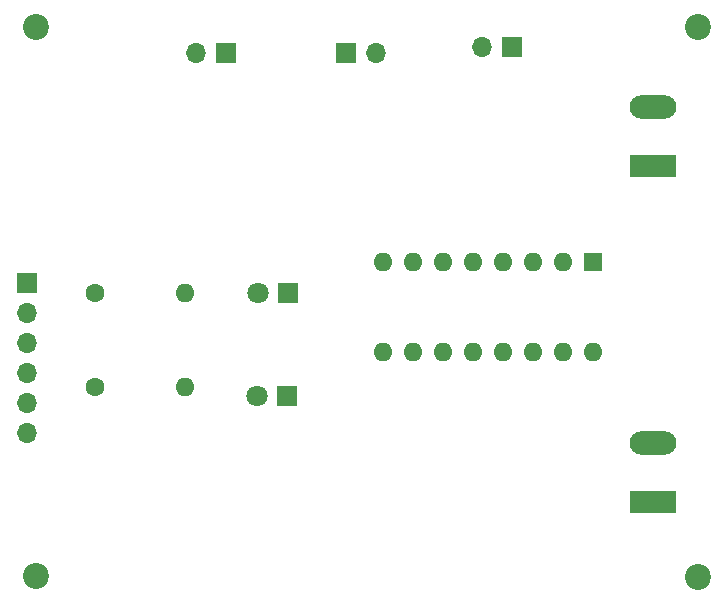
<source format=gbr>
%TF.GenerationSoftware,KiCad,Pcbnew,(6.0.4)*%
%TF.CreationDate,2022-10-15T21:28:15-07:00*%
%TF.ProjectId,RaspiCar_PCB1,52617370-6943-4617-925f-504342312e6b,rev?*%
%TF.SameCoordinates,Original*%
%TF.FileFunction,Soldermask,Bot*%
%TF.FilePolarity,Negative*%
%FSLAX46Y46*%
G04 Gerber Fmt 4.6, Leading zero omitted, Abs format (unit mm)*
G04 Created by KiCad (PCBNEW (6.0.4)) date 2022-10-15 21:28:15*
%MOMM*%
%LPD*%
G01*
G04 APERTURE LIST*
%ADD10R,1.700000X1.700000*%
%ADD11O,1.700000X1.700000*%
%ADD12R,1.800000X1.800000*%
%ADD13C,1.800000*%
%ADD14C,2.200000*%
%ADD15C,1.600000*%
%ADD16O,1.600000X1.600000*%
%ADD17R,3.960000X1.980000*%
%ADD18O,3.960000X1.980000*%
%ADD19R,1.600000X1.600000*%
G04 APERTURE END LIST*
D10*
%TO.C,PWR_GND*%
X175260000Y-78740000D03*
D11*
X177800000Y-78740000D03*
%TD*%
D12*
%TO.C,LED1*%
X170275000Y-99000000D03*
D13*
X167735000Y-99000000D03*
%TD*%
D14*
%TO.C,H3*%
X205000000Y-123050000D03*
%TD*%
D10*
%TO.C,ServoPWR*%
X165100000Y-78740000D03*
D11*
X162560000Y-78740000D03*
%TD*%
D15*
%TO.C,R1*%
X153940000Y-99000000D03*
D16*
X161560000Y-99000000D03*
%TD*%
D10*
%TO.C,Raspi_Logic1*%
X148250000Y-98210000D03*
D11*
X148250000Y-100750000D03*
X148250000Y-103290000D03*
X148250000Y-105830000D03*
X148250000Y-108370000D03*
X148250000Y-110910000D03*
%TD*%
D17*
%TO.C,Motor_1*%
X201250000Y-88265000D03*
D18*
X201250000Y-83265000D03*
%TD*%
D14*
%TO.C,H1*%
X149000000Y-76500000D03*
%TD*%
D15*
%TO.C,R2*%
X153940000Y-107000000D03*
D16*
X161560000Y-107000000D03*
%TD*%
D14*
%TO.C,H4*%
X149000000Y-123000000D03*
%TD*%
D17*
%TO.C,Motor_2*%
X201250000Y-116750000D03*
D18*
X201250000Y-111750000D03*
%TD*%
D14*
%TO.C,H2*%
X205000000Y-76500000D03*
%TD*%
D12*
%TO.C,LED2*%
X170250000Y-107750000D03*
D13*
X167710000Y-107750000D03*
%TD*%
D19*
%TO.C,L293D1*%
X196125000Y-96450000D03*
D16*
X193585000Y-96450000D03*
X191045000Y-96450000D03*
X188505000Y-96450000D03*
X185965000Y-96450000D03*
X183425000Y-96450000D03*
X180885000Y-96450000D03*
X178345000Y-96450000D03*
X178345000Y-104070000D03*
X180885000Y-104070000D03*
X183425000Y-104070000D03*
X185965000Y-104070000D03*
X188505000Y-104070000D03*
X191045000Y-104070000D03*
X193585000Y-104070000D03*
X196125000Y-104070000D03*
%TD*%
D10*
%TO.C,Raspi_PWR1*%
X189275000Y-78250000D03*
D11*
X186735000Y-78250000D03*
%TD*%
M02*

</source>
